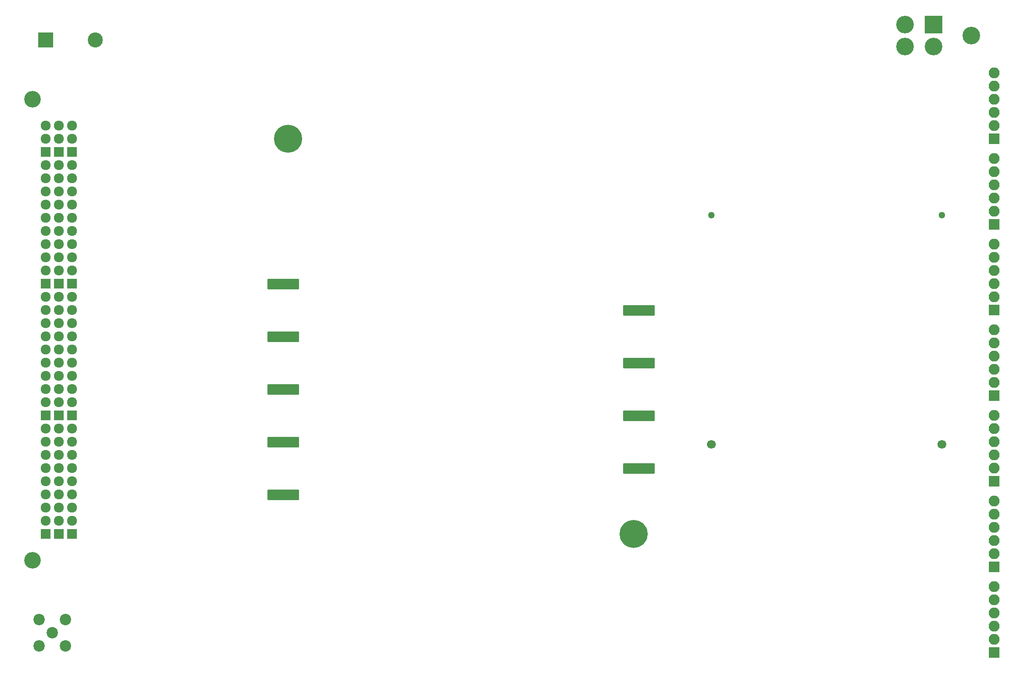
<source format=gbr>
G04 #@! TF.FileFunction,Soldermask,Bot*
%FSLAX46Y46*%
G04 Gerber Fmt 4.6, Leading zero omitted, Abs format (unit mm)*
G04 Created by KiCad (PCBNEW 4.0.6) date Mon Aug  6 11:21:29 2018*
%MOMM*%
%LPD*%
G01*
G04 APERTURE LIST*
%ADD10C,0.100000*%
%ADD11C,5.400000*%
%ADD12R,2.900000X2.900000*%
%ADD13C,2.900000*%
%ADD14R,3.400000X3.400000*%
%ADD15C,3.400000*%
%ADD16R,2.100000X2.100000*%
%ADD17O,2.100000X2.100000*%
%ADD18C,3.200000*%
%ADD19R,1.924000X1.924000*%
%ADD20C,1.924000*%
%ADD21C,2.198320*%
%ADD22C,2.195780*%
%ADD23C,1.700000*%
%ADD24C,1.300000*%
%ADD25C,0.254000*%
G04 APERTURE END LIST*
D10*
D11*
X153352500Y-76200000D03*
D12*
X106680000Y-57150000D03*
D13*
X116200000Y-57150000D03*
D14*
X277815000Y-54220000D03*
D15*
X277815000Y-58420000D03*
X272315000Y-54220000D03*
X272315000Y-58420000D03*
X285115000Y-56320000D03*
D16*
X289560000Y-76200000D03*
D17*
X289560000Y-73660000D03*
X289560000Y-71120000D03*
X289560000Y-68580000D03*
X289560000Y-66040000D03*
X289560000Y-63500000D03*
D16*
X289560000Y-92710000D03*
D17*
X289560000Y-90170000D03*
X289560000Y-87630000D03*
X289560000Y-85090000D03*
X289560000Y-82550000D03*
X289560000Y-80010000D03*
D16*
X289560000Y-109220000D03*
D17*
X289560000Y-106680000D03*
X289560000Y-104140000D03*
X289560000Y-101600000D03*
X289560000Y-99060000D03*
X289560000Y-96520000D03*
D16*
X289560000Y-125730000D03*
D17*
X289560000Y-123190000D03*
X289560000Y-120650000D03*
X289560000Y-118110000D03*
X289560000Y-115570000D03*
X289560000Y-113030000D03*
D16*
X289560000Y-142240000D03*
D17*
X289560000Y-139700000D03*
X289560000Y-137160000D03*
X289560000Y-134620000D03*
X289560000Y-132080000D03*
X289560000Y-129540000D03*
D16*
X289560000Y-158750000D03*
D17*
X289560000Y-156210000D03*
X289560000Y-153670000D03*
X289560000Y-151130000D03*
X289560000Y-148590000D03*
X289560000Y-146050000D03*
D16*
X289560000Y-175260000D03*
D17*
X289560000Y-172720000D03*
X289560000Y-170180000D03*
X289560000Y-167640000D03*
X289560000Y-165100000D03*
X289560000Y-162560000D03*
D18*
X104140000Y-68580000D03*
X104140000Y-157480000D03*
D19*
X111760000Y-152400000D03*
D20*
X111760000Y-149860000D03*
X111760000Y-147320000D03*
X111760000Y-144780000D03*
X111760000Y-142240000D03*
X111760000Y-139700000D03*
X111760000Y-137160000D03*
X111760000Y-134620000D03*
X111760000Y-132080000D03*
D19*
X111760000Y-129540000D03*
D20*
X111760000Y-127000000D03*
X111760000Y-124460000D03*
X111760000Y-121920000D03*
X111760000Y-119380000D03*
X111760000Y-116840000D03*
X111760000Y-114300000D03*
X111760000Y-111760000D03*
X111760000Y-109220000D03*
X111760000Y-106680000D03*
D19*
X111760000Y-104140000D03*
D20*
X111760000Y-101600000D03*
X111760000Y-99060000D03*
X111760000Y-96520000D03*
X111760000Y-93980000D03*
X111760000Y-91440000D03*
X111760000Y-88900000D03*
X111760000Y-86360000D03*
X111760000Y-83820000D03*
X111760000Y-81280000D03*
D19*
X111760000Y-78740000D03*
D20*
X111760000Y-76200000D03*
X111760000Y-73660000D03*
D19*
X109220000Y-152400000D03*
D20*
X109220000Y-149860000D03*
X109220000Y-147320000D03*
X109220000Y-144780000D03*
X109220000Y-142240000D03*
X109220000Y-139700000D03*
X109220000Y-137160000D03*
X109220000Y-134620000D03*
X109220000Y-132080000D03*
D19*
X109220000Y-129540000D03*
D20*
X109220000Y-127000000D03*
X109220000Y-124460000D03*
X109220000Y-121920000D03*
X109220000Y-119380000D03*
X109220000Y-116840000D03*
X109220000Y-114300000D03*
X109220000Y-111760000D03*
X109220000Y-109220000D03*
X109220000Y-106680000D03*
D19*
X109220000Y-104140000D03*
D20*
X109220000Y-101600000D03*
X109220000Y-99060000D03*
X109220000Y-96520000D03*
X109220000Y-93980000D03*
X109220000Y-91440000D03*
X109220000Y-88900000D03*
X109220000Y-86360000D03*
X109220000Y-83820000D03*
X109220000Y-81280000D03*
D19*
X109220000Y-78740000D03*
D20*
X109220000Y-76200000D03*
X109220000Y-73660000D03*
D19*
X106680000Y-152400000D03*
D20*
X106680000Y-149860000D03*
X106680000Y-147320000D03*
X106680000Y-144780000D03*
X106680000Y-142240000D03*
X106680000Y-139700000D03*
X106680000Y-137160000D03*
X106680000Y-134620000D03*
X106680000Y-132080000D03*
D19*
X106680000Y-129540000D03*
D20*
X106680000Y-127000000D03*
X106680000Y-124460000D03*
X106680000Y-121920000D03*
X106680000Y-119380000D03*
X106680000Y-116840000D03*
X106680000Y-114300000D03*
X106680000Y-111760000D03*
X106680000Y-109220000D03*
X106680000Y-106680000D03*
D19*
X106680000Y-104140000D03*
D20*
X106680000Y-101600000D03*
X106680000Y-99060000D03*
X106680000Y-96520000D03*
X106680000Y-93980000D03*
X106680000Y-91440000D03*
X106680000Y-88900000D03*
X106680000Y-86360000D03*
X106680000Y-83820000D03*
X106680000Y-81280000D03*
D19*
X106680000Y-78740000D03*
D20*
X106680000Y-76200000D03*
X106680000Y-73660000D03*
D21*
X107950000Y-171450000D03*
D22*
X110490000Y-168910000D03*
X105410000Y-168910000D03*
X105410000Y-173990000D03*
X110490000Y-173990000D03*
D11*
X220027500Y-152400000D03*
D23*
X279406350Y-135130000D03*
D24*
X279406350Y-90930000D03*
D23*
X234956350Y-135130000D03*
D24*
X234956350Y-90930000D03*
D25*
G36*
X155321000Y-145669000D02*
X149479000Y-145669000D01*
X149479000Y-143891000D01*
X155321000Y-143891000D01*
X155321000Y-145669000D01*
X155321000Y-145669000D01*
G37*
X155321000Y-145669000D02*
X149479000Y-145669000D01*
X149479000Y-143891000D01*
X155321000Y-143891000D01*
X155321000Y-145669000D01*
G36*
X155321000Y-135509000D02*
X149479000Y-135509000D01*
X149479000Y-133731000D01*
X155321000Y-133731000D01*
X155321000Y-135509000D01*
X155321000Y-135509000D01*
G37*
X155321000Y-135509000D02*
X149479000Y-135509000D01*
X149479000Y-133731000D01*
X155321000Y-133731000D01*
X155321000Y-135509000D01*
G36*
X155321000Y-125349000D02*
X149479000Y-125349000D01*
X149479000Y-123571000D01*
X155321000Y-123571000D01*
X155321000Y-125349000D01*
X155321000Y-125349000D01*
G37*
X155321000Y-125349000D02*
X149479000Y-125349000D01*
X149479000Y-123571000D01*
X155321000Y-123571000D01*
X155321000Y-125349000D01*
G36*
X155321000Y-115189000D02*
X149479000Y-115189000D01*
X149479000Y-113411000D01*
X155321000Y-113411000D01*
X155321000Y-115189000D01*
X155321000Y-115189000D01*
G37*
X155321000Y-115189000D02*
X149479000Y-115189000D01*
X149479000Y-113411000D01*
X155321000Y-113411000D01*
X155321000Y-115189000D01*
G36*
X155321000Y-105029000D02*
X149479000Y-105029000D01*
X149479000Y-103251000D01*
X155321000Y-103251000D01*
X155321000Y-105029000D01*
X155321000Y-105029000D01*
G37*
X155321000Y-105029000D02*
X149479000Y-105029000D01*
X149479000Y-103251000D01*
X155321000Y-103251000D01*
X155321000Y-105029000D01*
G36*
X223901000Y-140589000D02*
X218059000Y-140589000D01*
X218059000Y-138811000D01*
X223901000Y-138811000D01*
X223901000Y-140589000D01*
X223901000Y-140589000D01*
G37*
X223901000Y-140589000D02*
X218059000Y-140589000D01*
X218059000Y-138811000D01*
X223901000Y-138811000D01*
X223901000Y-140589000D01*
G36*
X223901000Y-130429000D02*
X218059000Y-130429000D01*
X218059000Y-128651000D01*
X223901000Y-128651000D01*
X223901000Y-130429000D01*
X223901000Y-130429000D01*
G37*
X223901000Y-130429000D02*
X218059000Y-130429000D01*
X218059000Y-128651000D01*
X223901000Y-128651000D01*
X223901000Y-130429000D01*
G36*
X223901000Y-120269000D02*
X218059000Y-120269000D01*
X218059000Y-118491000D01*
X223901000Y-118491000D01*
X223901000Y-120269000D01*
X223901000Y-120269000D01*
G37*
X223901000Y-120269000D02*
X218059000Y-120269000D01*
X218059000Y-118491000D01*
X223901000Y-118491000D01*
X223901000Y-120269000D01*
G36*
X223901000Y-110109000D02*
X218059000Y-110109000D01*
X218059000Y-108331000D01*
X223901000Y-108331000D01*
X223901000Y-110109000D01*
X223901000Y-110109000D01*
G37*
X223901000Y-110109000D02*
X218059000Y-110109000D01*
X218059000Y-108331000D01*
X223901000Y-108331000D01*
X223901000Y-110109000D01*
M02*

</source>
